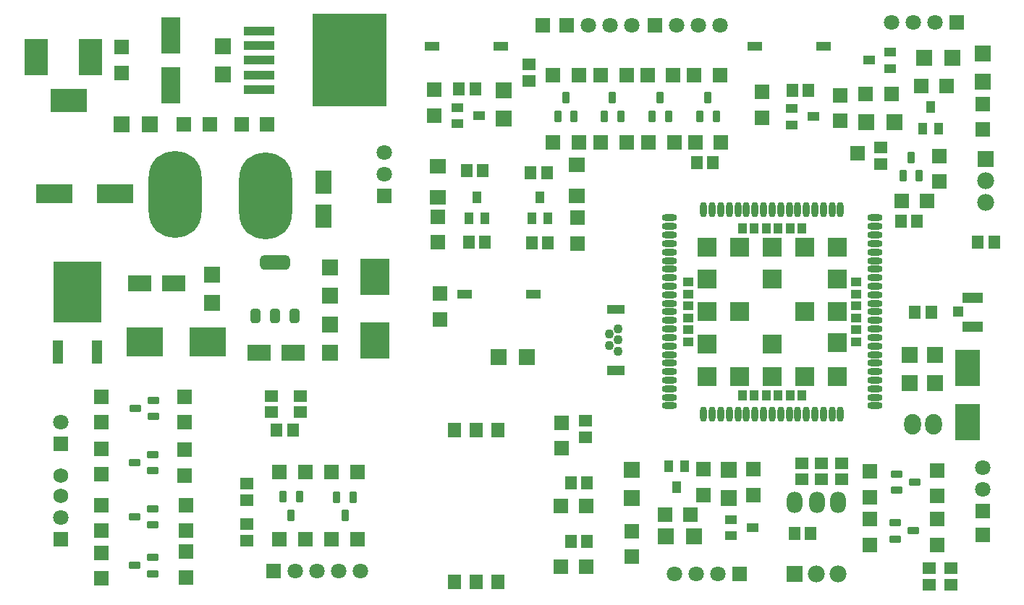
<source format=gts>
G04*
G04 #@! TF.GenerationSoftware,Altium Limited,Altium Designer,21.0.8 (223)*
G04*
G04 Layer_Color=8388736*
%FSTAX24Y24*%
%MOIN*%
G70*
G04*
G04 #@! TF.SameCoordinates,1A30FD0F-2F50-4216-9531-F08C28C5B71E*
G04*
G04*
G04 #@! TF.FilePolarity,Negative*
G04*
G01*
G75*
%ADD53R,0.0867X0.0867*%
%ADD54R,0.0474X0.0395*%
%ADD55R,0.0395X0.0474*%
%ADD56O,0.0710X0.0316*%
%ADD57O,0.0316X0.0710*%
%ADD58R,0.0867X0.0867*%
%ADD59R,0.0946X0.0474*%
%ADD60R,0.0474X0.0474*%
%ADD61R,0.0631X0.0710*%
%ADD62R,0.0631X0.0552*%
%ADD63R,0.0671X0.0710*%
G04:AMPARAMS|DCode=64|XSize=56.4mil|YSize=31.6mil|CornerRadius=7mil|HoleSize=0mil|Usage=FLASHONLY|Rotation=90.000|XOffset=0mil|YOffset=0mil|HoleType=Round|Shape=RoundedRectangle|*
%AMROUNDEDRECTD64*
21,1,0.0564,0.0177,0,0,90.0*
21,1,0.0425,0.0316,0,0,90.0*
1,1,0.0139,0.0089,0.0213*
1,1,0.0139,0.0089,-0.0213*
1,1,0.0139,-0.0089,-0.0213*
1,1,0.0139,-0.0089,0.0213*
%
%ADD64ROUNDEDRECTD64*%
%ADD65R,0.0552X0.0631*%
%ADD66R,0.0552X0.0415*%
%ADD67R,0.0749X0.0749*%
%ADD68O,0.2442X0.4017*%
%ADD69R,0.0710X0.0671*%
%ADD70R,0.0730X0.0680*%
%ADD71R,0.0749X0.0749*%
%ADD72R,0.0415X0.0552*%
G04:AMPARAMS|DCode=73|XSize=56.4mil|YSize=31.6mil|CornerRadius=7mil|HoleSize=0mil|Usage=FLASHONLY|Rotation=0.000|XOffset=0mil|YOffset=0mil|HoleType=Round|Shape=RoundedRectangle|*
%AMROUNDEDRECTD73*
21,1,0.0564,0.0177,0,0,0.0*
21,1,0.0425,0.0316,0,0,0.0*
1,1,0.0139,0.0213,-0.0089*
1,1,0.0139,-0.0213,-0.0089*
1,1,0.0139,-0.0213,0.0089*
1,1,0.0139,0.0213,0.0089*
%
%ADD73ROUNDEDRECTD73*%
%ADD74R,0.1064X0.0749*%
%ADD75R,0.1340X0.1655*%
%ADD76R,0.0749X0.1064*%
%ADD77R,0.3441X0.4268*%
%ADD78R,0.1394X0.0449*%
G04:AMPARAMS|DCode=79|XSize=47.4mil|YSize=67.1mil|CornerRadius=13.8mil|HoleSize=0mil|Usage=FLASHONLY|Rotation=180.000|XOffset=0mil|YOffset=0mil|HoleType=Round|Shape=RoundedRectangle|*
%AMROUNDEDRECTD79*
21,1,0.0474,0.0394,0,0,180.0*
21,1,0.0197,0.0671,0,0,180.0*
1,1,0.0277,-0.0098,0.0197*
1,1,0.0277,0.0098,0.0197*
1,1,0.0277,0.0098,-0.0197*
1,1,0.0277,-0.0098,-0.0197*
%
%ADD79ROUNDEDRECTD79*%
G04:AMPARAMS|DCode=80|XSize=137.1mil|YSize=67.1mil|CornerRadius=18.8mil|HoleSize=0mil|Usage=FLASHONLY|Rotation=180.000|XOffset=0mil|YOffset=0mil|HoleType=Round|Shape=RoundedRectangle|*
%AMROUNDEDRECTD80*
21,1,0.1371,0.0295,0,0,180.0*
21,1,0.0996,0.0671,0,0,180.0*
1,1,0.0375,-0.0498,0.0148*
1,1,0.0375,0.0498,0.0148*
1,1,0.0375,0.0498,-0.0148*
1,1,0.0375,-0.0498,-0.0148*
%
%ADD80ROUNDEDRECTD80*%
%ADD81R,0.1655X0.0867*%
%ADD82R,0.0867X0.1655*%
%ADD83R,0.1182X0.1655*%
%ADD84R,0.0690X0.0395*%
%ADD85R,0.0474X0.1064*%
%ADD86R,0.2206X0.2836*%
%ADD87R,0.1655X0.1340*%
%ADD88C,0.0680*%
%ADD89C,0.0710*%
%ADD90R,0.0710X0.0710*%
%ADD91R,0.1080X0.1680*%
%ADD92R,0.1680X0.1080*%
%ADD93R,0.0710X0.0710*%
%ADD94C,0.0434*%
%ADD95O,0.0730X0.0980*%
%ADD96O,0.0780X0.0940*%
%ADD97C,0.0780*%
%ADD98R,0.0780X0.0780*%
%ADD99R,0.0780X0.0780*%
G36*
X027346Y010446D02*
Y010858D01*
X028154D01*
Y010446D01*
X027346D01*
D02*
G37*
G36*
X027346Y013261D02*
Y013675D01*
X028154D01*
Y013261D01*
X027346D01*
D02*
G37*
D53*
X037942Y016346D02*
D03*
X036446D02*
D03*
X03495D02*
D03*
X033454D02*
D03*
X031958D02*
D03*
X033454Y010362D02*
D03*
X03495D02*
D03*
X036446D02*
D03*
X037942D02*
D03*
Y011937D02*
D03*
D54*
X038808Y012523D02*
D03*
Y011972D02*
D03*
Y013074D02*
D03*
Y013626D02*
D03*
Y014177D02*
D03*
Y014728D02*
D03*
X031092Y014177D02*
D03*
Y014728D02*
D03*
Y013626D02*
D03*
Y013074D02*
D03*
Y012523D02*
D03*
Y011972D02*
D03*
D55*
X034123Y009496D02*
D03*
X033572D02*
D03*
X034674D02*
D03*
X035226D02*
D03*
X035777D02*
D03*
X036328D02*
D03*
X033572Y017212D02*
D03*
X034123D02*
D03*
X034674D02*
D03*
X035226D02*
D03*
X036328D02*
D03*
X035777D02*
D03*
D56*
X039674Y009807D02*
D03*
Y009413D02*
D03*
Y009019D02*
D03*
X030226Y0165D02*
D03*
Y016106D02*
D03*
Y015712D02*
D03*
Y015318D02*
D03*
Y014925D02*
D03*
Y014531D02*
D03*
Y014137D02*
D03*
Y013744D02*
D03*
Y01335D02*
D03*
Y012956D02*
D03*
Y012563D02*
D03*
Y012169D02*
D03*
Y011775D02*
D03*
Y011381D02*
D03*
Y010988D02*
D03*
Y010594D02*
D03*
Y0102D02*
D03*
X039674D02*
D03*
Y010594D02*
D03*
Y010988D02*
D03*
Y011381D02*
D03*
Y011775D02*
D03*
Y012169D02*
D03*
Y012563D02*
D03*
Y012956D02*
D03*
Y01335D02*
D03*
Y013744D02*
D03*
Y014137D02*
D03*
Y014531D02*
D03*
Y014925D02*
D03*
Y015318D02*
D03*
Y015712D02*
D03*
Y016106D02*
D03*
Y0165D02*
D03*
X030226Y016893D02*
D03*
X030226Y017291D02*
D03*
Y017685D02*
D03*
Y009019D02*
D03*
Y009413D02*
D03*
Y009807D02*
D03*
X039674Y017685D02*
D03*
Y017291D02*
D03*
Y016897D02*
D03*
D57*
X0381Y018074D02*
D03*
X037706D02*
D03*
X037312D02*
D03*
X036919D02*
D03*
X036525D02*
D03*
X036131D02*
D03*
X035737D02*
D03*
X035344D02*
D03*
X03495D02*
D03*
X034556D02*
D03*
X034163D02*
D03*
X033769D02*
D03*
X033375D02*
D03*
X032982D02*
D03*
X032588D02*
D03*
X032194D02*
D03*
X0318D02*
D03*
Y008626D02*
D03*
X032194D02*
D03*
X032588D02*
D03*
X032982D02*
D03*
X033375D02*
D03*
X033769D02*
D03*
X034163D02*
D03*
X034556D02*
D03*
X03495D02*
D03*
X035344D02*
D03*
X035737D02*
D03*
X036131D02*
D03*
X036525D02*
D03*
X036919D02*
D03*
X037312D02*
D03*
X037706D02*
D03*
X0381D02*
D03*
D58*
X031958Y01485D02*
D03*
Y013354D02*
D03*
Y011858D02*
D03*
Y010362D02*
D03*
X033454Y013354D02*
D03*
X03495Y01485D02*
D03*
X037942D02*
D03*
Y013354D02*
D03*
X03495Y011858D02*
D03*
X036446Y013354D02*
D03*
D59*
X0442Y014D02*
D03*
X044202Y012666D02*
D03*
D60*
X043535Y013351D02*
D03*
D61*
X022335Y000916D02*
D03*
X021335D02*
D03*
X020335D02*
D03*
X022335Y007884D02*
D03*
X021335D02*
D03*
X020335D02*
D03*
D62*
X042199Y001522D02*
D03*
Y000774D02*
D03*
X043201Y001526D02*
D03*
Y000778D02*
D03*
X02375Y024002D02*
D03*
Y02475D02*
D03*
X01075Y002802D02*
D03*
Y00355D02*
D03*
X037226Y006372D02*
D03*
Y005624D02*
D03*
X036324Y005628D02*
D03*
Y006376D02*
D03*
X038149Y006372D02*
D03*
Y005624D02*
D03*
X039951Y020178D02*
D03*
Y020926D02*
D03*
X010749Y005422D02*
D03*
Y004674D02*
D03*
X013226Y008724D02*
D03*
Y009472D02*
D03*
X011874Y009476D02*
D03*
Y008728D02*
D03*
X026349Y008322D02*
D03*
Y007574D02*
D03*
D63*
X024859Y02425D02*
D03*
X026041D02*
D03*
X028241D02*
D03*
X027059D02*
D03*
X029209D02*
D03*
X030391D02*
D03*
X026041Y02115D02*
D03*
X024859D02*
D03*
X028241D02*
D03*
X027059D02*
D03*
X030441D02*
D03*
X029259D02*
D03*
X032591D02*
D03*
X031409D02*
D03*
X032541Y02425D02*
D03*
X031359D02*
D03*
X0312Y004D02*
D03*
X030019D02*
D03*
X040441Y0234D02*
D03*
X039259D02*
D03*
X040909Y01845D02*
D03*
X042091D02*
D03*
X043Y02375D02*
D03*
X041819D02*
D03*
X025209Y0044D02*
D03*
X026391D02*
D03*
X025209Y0016D02*
D03*
X026391D02*
D03*
X013441Y00595D02*
D03*
X012259D02*
D03*
X013441Y00285D02*
D03*
X012259D02*
D03*
X015841D02*
D03*
X014659D02*
D03*
X015841Y00595D02*
D03*
X014659D02*
D03*
X011691Y022D02*
D03*
X010509D02*
D03*
X007859D02*
D03*
X009041D02*
D03*
D64*
X027226Y022383D02*
D03*
X0276Y023217D02*
D03*
X027974Y022383D02*
D03*
X025076D02*
D03*
X02545Y023217D02*
D03*
X025824Y022383D02*
D03*
X029426D02*
D03*
X0298Y023217D02*
D03*
X030174Y022383D02*
D03*
X031626D02*
D03*
X032Y023217D02*
D03*
X032374Y022383D02*
D03*
X041724Y019633D02*
D03*
X04135Y020467D02*
D03*
X040976Y019633D02*
D03*
X012426Y004817D02*
D03*
X0128Y003983D02*
D03*
X013174Y004817D02*
D03*
X014902Y0048D02*
D03*
X015276Y003965D02*
D03*
X01565Y0048D02*
D03*
D65*
X031478Y020249D02*
D03*
X032226D02*
D03*
X035978Y003149D02*
D03*
X036726D02*
D03*
X040878Y017549D02*
D03*
X041626D02*
D03*
X045172Y016551D02*
D03*
X044424D02*
D03*
X020524Y023624D02*
D03*
X021272D02*
D03*
X023824Y019774D02*
D03*
X024572D02*
D03*
X020874Y019874D02*
D03*
X021622D02*
D03*
X024626Y016526D02*
D03*
X023878D02*
D03*
X020974Y016574D02*
D03*
X021722D02*
D03*
X042276Y013326D02*
D03*
X041528D02*
D03*
X026422Y005451D02*
D03*
X025674D02*
D03*
X026422Y002751D02*
D03*
X025674D02*
D03*
X012128Y007899D02*
D03*
X012876D02*
D03*
X035874Y023574D02*
D03*
X036622D02*
D03*
D66*
X020458Y022774D02*
D03*
X02046Y02203D02*
D03*
X021442Y0224D02*
D03*
X034042Y003398D02*
D03*
X03306Y003028D02*
D03*
X033058Y003772D02*
D03*
X036842Y02235D02*
D03*
X03586Y02198D02*
D03*
X035858Y022724D02*
D03*
X039408Y024952D02*
D03*
X04039Y025322D02*
D03*
X040392Y024578D02*
D03*
D67*
X04465Y02395D02*
D03*
Y02525D02*
D03*
X04245Y01005D02*
D03*
Y01135D02*
D03*
X0413Y01005D02*
D03*
Y01135D02*
D03*
X0146Y01145D02*
D03*
Y01275D02*
D03*
X00915Y01505D02*
D03*
Y01375D02*
D03*
X0146Y0154D02*
D03*
Y0141D02*
D03*
X03295Y00475D02*
D03*
Y00605D02*
D03*
X0285D02*
D03*
Y00475D02*
D03*
X0226Y02225D02*
D03*
Y02355D02*
D03*
X00965Y0243D02*
D03*
Y0256D02*
D03*
D68*
X011623Y018711D02*
D03*
X00745Y01875D02*
D03*
D69*
X005Y024369D02*
D03*
X0341Y006091D02*
D03*
Y004909D02*
D03*
X0285Y003241D02*
D03*
Y002059D02*
D03*
X03945Y003791D02*
D03*
Y002609D02*
D03*
X0345Y023491D02*
D03*
Y022309D02*
D03*
X04265Y019359D02*
D03*
Y020541D02*
D03*
X04465Y022941D02*
D03*
Y021759D02*
D03*
X01955Y017741D02*
D03*
Y016559D02*
D03*
X026Y017691D02*
D03*
Y016509D02*
D03*
X04255Y002609D02*
D03*
Y003791D02*
D03*
X00795Y003259D02*
D03*
Y004441D02*
D03*
Y001109D02*
D03*
Y002291D02*
D03*
X00405Y003259D02*
D03*
Y004441D02*
D03*
Y002241D02*
D03*
Y001059D02*
D03*
Y007041D02*
D03*
Y005859D02*
D03*
X0079Y005809D02*
D03*
Y006991D02*
D03*
Y008259D02*
D03*
Y009441D02*
D03*
X00405Y008259D02*
D03*
Y009441D02*
D03*
X005Y02555D02*
D03*
X0194Y023591D02*
D03*
Y022409D02*
D03*
X0318Y004909D02*
D03*
Y006091D02*
D03*
X02525Y008241D02*
D03*
Y007059D02*
D03*
X01965Y013009D02*
D03*
Y014191D02*
D03*
X0381Y022159D02*
D03*
Y023341D02*
D03*
X04255Y004859D02*
D03*
Y006041D02*
D03*
X03945Y004809D02*
D03*
Y005991D02*
D03*
D70*
X02595Y02012D02*
D03*
Y0187D02*
D03*
X01955Y02005D02*
D03*
Y01863D02*
D03*
D71*
X03135Y003D02*
D03*
X03005D02*
D03*
X0406Y0221D02*
D03*
X0393D02*
D03*
X04325Y02505D02*
D03*
X04195D02*
D03*
X02365Y01125D02*
D03*
X02235D02*
D03*
X005Y022D02*
D03*
X0063D02*
D03*
D72*
X030548Y005258D02*
D03*
X030178Y00624D02*
D03*
X030922Y006242D02*
D03*
X042252Y022792D02*
D03*
X042622Y02181D02*
D03*
X041878Y021808D02*
D03*
X020976Y017658D02*
D03*
X02172Y01766D02*
D03*
X02135Y018642D02*
D03*
X023876Y017658D02*
D03*
X02462Y01766D02*
D03*
X02425Y018642D02*
D03*
D73*
X040683Y005126D02*
D03*
X041517Y0055D02*
D03*
X040683Y005874D02*
D03*
X040633Y002876D02*
D03*
X041467Y00325D02*
D03*
X040633Y003624D02*
D03*
X006417Y002024D02*
D03*
X005583Y00165D02*
D03*
X006417Y001276D02*
D03*
Y004274D02*
D03*
X005583Y0039D02*
D03*
X006417Y003526D02*
D03*
Y006774D02*
D03*
X005583Y0064D02*
D03*
X006417Y006026D02*
D03*
X006467Y009274D02*
D03*
X005633Y0089D02*
D03*
X006467Y008526D02*
D03*
D74*
X012887Y01145D02*
D03*
X011313D02*
D03*
X005813Y01465D02*
D03*
X007387D02*
D03*
D75*
X01665Y014957D02*
D03*
Y012043D02*
D03*
D76*
X0143Y019337D02*
D03*
Y017763D02*
D03*
D77*
X0155Y02495D02*
D03*
D78*
X011327Y023611D02*
D03*
Y024281D02*
D03*
Y02495D02*
D03*
Y025619D02*
D03*
Y026289D02*
D03*
D79*
X011144Y01316D02*
D03*
X01205D02*
D03*
X012956D02*
D03*
D80*
X01205Y01564D02*
D03*
D81*
X001902Y0188D02*
D03*
X004698D02*
D03*
D82*
X00725Y023808D02*
D03*
Y026092D02*
D03*
D83*
X04395Y00827D02*
D03*
Y01075D02*
D03*
D84*
X01929Y0256D02*
D03*
X02245D02*
D03*
X02079Y01415D02*
D03*
X02395D02*
D03*
X03415Y0256D02*
D03*
X03731D02*
D03*
D85*
X003861Y0115D02*
D03*
X00205D02*
D03*
D86*
X002956Y014256D02*
D03*
D87*
X006043Y01195D02*
D03*
X008957D02*
D03*
D88*
X0022Y0058D02*
D03*
Y00485D02*
D03*
D89*
X016Y0014D02*
D03*
X015D02*
D03*
X014D02*
D03*
X013D02*
D03*
X03245Y00125D02*
D03*
X03145D02*
D03*
X03045D02*
D03*
X0022Y00385D02*
D03*
Y00825D02*
D03*
X0171Y0207D02*
D03*
Y0197D02*
D03*
X03255Y02655D02*
D03*
X03155D02*
D03*
X03055D02*
D03*
X0285D02*
D03*
X0275D02*
D03*
X0265D02*
D03*
X04045Y0267D02*
D03*
X04145D02*
D03*
X04245D02*
D03*
X04465Y00615D02*
D03*
Y00515D02*
D03*
D90*
X012Y0014D02*
D03*
X03345Y00125D02*
D03*
X02955Y02655D02*
D03*
X04465Y00305D02*
D03*
X0389Y02065D02*
D03*
X0255Y02655D02*
D03*
X04345Y0267D02*
D03*
D91*
X00355Y0251D02*
D03*
X00105D02*
D03*
D92*
X00255Y0231D02*
D03*
D93*
X0244Y02655D02*
D03*
X0022Y00285D02*
D03*
Y00725D02*
D03*
X0171Y0187D02*
D03*
X04465Y00415D02*
D03*
D94*
X027837Y012572D02*
D03*
X027443Y012317D02*
D03*
X027837Y012061D02*
D03*
X027443Y011805D02*
D03*
X027837Y011549D02*
D03*
D95*
X03799Y00455D02*
D03*
X03701D02*
D03*
X036D02*
D03*
D96*
X04141Y00815D02*
D03*
X0424D02*
D03*
D97*
X038Y00125D02*
D03*
X037D02*
D03*
X0448Y0184D02*
D03*
Y0194D02*
D03*
D98*
X036Y00125D02*
D03*
D99*
X0448Y0204D02*
D03*
M02*

</source>
